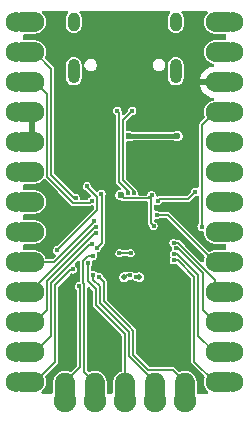
<source format=gbr>
%TF.GenerationSoftware,KiCad,Pcbnew,9.0.7*%
%TF.CreationDate,2026-01-28T18:20:07-05:00*%
%TF.ProjectId,DIPSTICKPRO_2354,44495053-5449-4434-9b50-524f5f323335,0*%
%TF.SameCoordinates,Original*%
%TF.FileFunction,Copper,L2,Bot*%
%TF.FilePolarity,Positive*%
%FSLAX46Y46*%
G04 Gerber Fmt 4.6, Leading zero omitted, Abs format (unit mm)*
G04 Created by KiCad (PCBNEW 9.0.7) date 2026-01-28 18:20:07*
%MOMM*%
%LPD*%
G01*
G04 APERTURE LIST*
G04 Aperture macros list*
%AMFreePoly0*
4,1,19,1.270000,-0.838200,-0.013951,-0.838200,-0.188651,-0.803455,-0.352371,-0.733074,-0.497855,-0.630155,-0.618729,-0.499208,-0.709699,-0.345969,-0.766779,-0.177150,-0.787400,-0.000741,-0.787400,0.000592,-0.770781,0.178542,-0.715922,0.349474,-0.625481,0.504547,-0.503717,0.636459,-0.356363,0.738996,-0.190360,0.807333,-0.013803,0.838200,1.270000,0.838200,1.270000,-0.838200,1.270000,-0.838200,
$1*%
%AMFreePoly1*
4,1,19,1.270000,-0.838200,-0.013803,-0.838200,-0.190360,-0.807333,-0.356363,-0.738996,-0.503717,-0.636459,-0.625481,-0.504547,-0.715922,-0.349474,-0.770781,-0.178542,-0.787400,-0.000592,-0.787400,0.000741,-0.766779,0.177150,-0.709699,0.345969,-0.618729,0.499208,-0.497855,0.630155,-0.352371,0.733074,-0.188651,0.803455,-0.013951,0.838200,1.270000,0.838200,1.270000,-0.838200,1.270000,-0.838200,
$1*%
G04 Aperture macros list end*
%TA.AperFunction,ComponentPad*%
%ADD10C,0.600000*%
%TD*%
%TA.AperFunction,ComponentPad*%
%ADD11O,1.000000X1.600000*%
%TD*%
%TA.AperFunction,ComponentPad*%
%ADD12O,1.000000X2.100000*%
%TD*%
%TA.AperFunction,ComponentPad*%
%ADD13FreePoly0,0.000000*%
%TD*%
%TA.AperFunction,ComponentPad*%
%ADD14C,1.750000*%
%TD*%
%TA.AperFunction,ComponentPad*%
%ADD15FreePoly1,180.000000*%
%TD*%
%TA.AperFunction,ComponentPad*%
%ADD16C,1.900000*%
%TD*%
%TA.AperFunction,ComponentPad*%
%ADD17FreePoly1,270.000000*%
%TD*%
%TA.AperFunction,SMDPad,CuDef*%
%ADD18C,0.500000*%
%TD*%
%TA.AperFunction,ViaPad*%
%ADD19C,0.400000*%
%TD*%
%TA.AperFunction,ViaPad*%
%ADD20C,0.600000*%
%TD*%
%TA.AperFunction,Conductor*%
%ADD21C,0.200000*%
%TD*%
%TA.AperFunction,Conductor*%
%ADD22C,0.400000*%
%TD*%
G04 APERTURE END LIST*
D10*
%TO.P,U1,61,GND*%
%TO.N,GND*%
X-64335000Y54810000D03*
X-64335000Y56185000D03*
X-64335000Y57560000D03*
X-65710000Y54810000D03*
X-65710000Y56185000D03*
X-65710000Y57560000D03*
X-67085000Y54810000D03*
X-67085000Y56185000D03*
X-67085000Y57560000D03*
%TD*%
D11*
%TO.P,J2,S,SHIELD*%
%TO.N,unconnected-(J2-SHIELD-PadS)*%
X-70028000Y73355000D03*
D12*
%TO.P,J2,NC3,NC*%
%TO.N,unconnected-(J2-NC-PadNC3)*%
X-70028000Y69175000D03*
%TO.P,J2,NC2,NC*%
%TO.N,unconnected-(J2-NC-PadNC2)*%
X-61392000Y69175000D03*
D11*
%TO.P,J2,NC1,NC*%
%TO.N,unconnected-(J2-NC-PadNC1)*%
X-61392000Y73355000D03*
%TD*%
D13*
%TO.P,J6,13,Pin_13*%
%TO.N,/GPIO19*%
X-58090000Y42850000D03*
D14*
X-56520000Y42850000D03*
D13*
%TO.P,J6,12,Pin_12*%
%TO.N,/GPIO20*%
X-58090000Y45390000D03*
D14*
X-56520000Y45390000D03*
D13*
%TO.P,J6,11,Pin_11*%
%TO.N,/GPIO21*%
X-58090000Y47930000D03*
D14*
X-56520000Y47930000D03*
D13*
%TO.P,J6,10,Pin_10*%
%TO.N,/GPIO22*%
X-58090000Y50470000D03*
D14*
X-56520000Y50470000D03*
D13*
%TO.P,J6,9,Pin_9*%
%TO.N,/GPIO26_ADC0*%
X-58090000Y53010000D03*
D14*
X-56520000Y53010000D03*
D13*
%TO.P,J6,8,Pin_8*%
%TO.N,/GPIO27_ADC1*%
X-58090000Y55550000D03*
D14*
X-56520000Y55550000D03*
D13*
%TO.P,J6,7,Pin_7*%
%TO.N,/GPIO28_ADC2*%
X-58090000Y58090000D03*
D14*
X-56520000Y58090000D03*
D13*
%TO.P,J6,6,Pin_6*%
%TO.N,/GPIO29_ADC3*%
X-58090000Y60630000D03*
D14*
X-56520000Y60630000D03*
D13*
%TO.P,J6,5,Pin_5*%
%TO.N,+3V3*%
X-58090000Y63170000D03*
D14*
X-56520000Y63170000D03*
D13*
%TO.P,J6,4,Pin_4*%
%TO.N,/RUN*%
X-58090000Y65710000D03*
D14*
X-56520000Y65710000D03*
D13*
%TO.P,J6,3,Pin_3*%
%TO.N,GND*%
X-58090000Y68250000D03*
D14*
X-56520000Y68250000D03*
D13*
%TO.P,J6,2,Pin_2*%
%TO.N,VBUS*%
X-58090000Y70790000D03*
D14*
X-56520000Y70790000D03*
D13*
%TO.P,J6,1,Pin_1*%
%TO.N,/USB_D-*%
X-58090000Y73330000D03*
D14*
X-56520000Y73330000D03*
%TD*%
%TO.P,J5,13,Pin_13*%
%TO.N,/GPIO9*%
X-74900000Y42850000D03*
D15*
X-73330000Y42850000D03*
D14*
%TO.P,J5,12,Pin_12*%
%TO.N,/GPIO8*%
X-74900000Y45390000D03*
D15*
X-73330000Y45390000D03*
D14*
%TO.P,J5,11,Pin_11*%
%TO.N,/GPIO7*%
X-74900000Y47930000D03*
D15*
X-73330000Y47930000D03*
D14*
%TO.P,J5,10,Pin_10*%
%TO.N,/GPIO6*%
X-74900000Y50470000D03*
D15*
X-73330000Y50470000D03*
D14*
%TO.P,J5,9,Pin_9*%
%TO.N,/GPIO5*%
X-74900000Y53010000D03*
D15*
X-73330000Y53010000D03*
D14*
%TO.P,J5,8,Pin_8*%
%TO.N,/GPIO4*%
X-74900000Y55550000D03*
D15*
X-73330000Y55550000D03*
D14*
%TO.P,J5,7,Pin_7*%
%TO.N,/GPIO3*%
X-74900000Y58090000D03*
D15*
X-73330000Y58090000D03*
D14*
%TO.P,J5,6,Pin_6*%
%TO.N,/GPIO2*%
X-74900000Y60630000D03*
D15*
X-73330000Y60630000D03*
D14*
%TO.P,J5,5,Pin_5*%
%TO.N,GND*%
X-74900000Y63170000D03*
D15*
X-73330000Y63170000D03*
D14*
%TO.P,J5,4,Pin_4*%
X-74900000Y65710000D03*
D15*
X-73330000Y65710000D03*
D14*
%TO.P,J5,3,Pin_3*%
%TO.N,/GPIO1*%
X-74900000Y68250000D03*
D15*
X-73330000Y68250000D03*
D14*
%TO.P,J5,2,Pin_2*%
%TO.N,/GPIO0*%
X-74900000Y70790000D03*
D15*
X-73330000Y70790000D03*
D14*
%TO.P,J5,1,Pin_1*%
%TO.N,/USB_D+*%
X-74900000Y73330000D03*
D15*
X-73330000Y73330000D03*
%TD*%
D16*
%TO.P,J7,5,Pin_5*%
%TO.N,/GPIO14*%
X-60630000Y41280000D03*
D17*
X-60630000Y42850000D03*
D16*
%TO.P,J7,4,Pin_4*%
%TO.N,/GPIO13*%
X-63170000Y41280000D03*
D17*
X-63170000Y42850000D03*
D16*
%TO.P,J7,3,Pin_3*%
%TO.N,/GPIO12*%
X-65710000Y41280000D03*
D17*
X-65710000Y42850000D03*
D16*
%TO.P,J7,2,Pin_2*%
%TO.N,/GPIO11*%
X-68250000Y41280000D03*
D17*
X-68250000Y42850000D03*
D16*
%TO.P,J7,1,Pin_1*%
%TO.N,/GPIO10*%
X-70790000Y41280000D03*
D17*
X-70790000Y42850000D03*
%TD*%
D18*
%TO.P,TP2,1,1*%
%TO.N,/SWD*%
X-64490800Y51740000D03*
%TD*%
%TO.P,TP1,1,1*%
%TO.N,/SWCLK*%
X-65760800Y51740000D03*
%TD*%
D19*
%TO.N,GND*%
X-63932000Y64567000D03*
X-59868000Y59614000D03*
X-67488000Y65837000D03*
X-62154000Y52756000D03*
X-59868000Y62916000D03*
X-68351600Y48717400D03*
X-71298000Y58471000D03*
X-59868000Y58217000D03*
D20*
X-69012000Y67488000D03*
D19*
X-63195000Y60376000D03*
X-63710000Y62992200D03*
X-68885000Y65837000D03*
X-66472000Y49708000D03*
X-63170000Y51740000D03*
X-68707200Y43942200D03*
X-65202000Y64313000D03*
X-59940000Y56730000D03*
X-66700600Y64338400D03*
X-65583000Y50597000D03*
X-70180400Y59436200D03*
D20*
X-62408000Y67488000D03*
D19*
X-62480000Y62210000D03*
X-64186000Y65964000D03*
X-70282000Y44094600D03*
X-71552000Y56693000D03*
X-59868000Y64440000D03*
X-70155000Y51867000D03*
%TO.N,/GPIO14*%
X-67894400Y51765400D03*
%TO.N,+3V3*%
X-67691200Y58801200D03*
X-68051388Y54228849D03*
D20*
X-61265000Y63680000D03*
X-66061070Y58686000D03*
D19*
X-63449400Y58699600D03*
D20*
X-65329000Y63678000D03*
D19*
X-66167200Y53772000D03*
X-63271600Y56083400D03*
X-65227400Y53772000D03*
%TO.N,Net-(U1-USB_DM)*%
X-64922600Y58852000D03*
X-65075000Y65837000D03*
%TO.N,/GPIO13*%
X-68392461Y51931420D03*
%TO.N,/GPIO12*%
X-68808800Y52908400D03*
%TO.N,/GPIO11*%
X-68402400Y53543400D03*
%TO.N,/GPIO10*%
X-69596200Y50978000D03*
%TO.N,/GPIO9*%
X-70104200Y52400400D03*
%TO.N,/GPIO8*%
X-68478600Y54534000D03*
%TO.N,/GPIO7*%
X-68123000Y55448400D03*
%TO.N,/GPIO6*%
X-68123000Y55973403D03*
%TO.N,/GPIO5*%
X-68326200Y56515200D03*
%TO.N,/GPIO1*%
X-68529400Y58191600D03*
%TO.N,/GPIO0*%
X-69875600Y58471000D03*
%TO.N,/GPIO29_ADC3*%
X-62916000Y58217000D03*
X-59741000Y58979000D03*
%TO.N,/GPIO26_ADC0*%
X-63017600Y56997800D03*
%TO.N,/GPIO22*%
X-61584088Y54638219D03*
%TO.N,/GPIO21*%
X-61345588Y54170517D03*
%TO.N,/GPIO20*%
X-61569800Y53695800D03*
%TO.N,/GPIO19*%
X-61569800Y53170797D03*
%TO.N,/RUN*%
X-59207600Y56007200D03*
%TO.N,/SWD*%
X-64744800Y51740000D03*
%TO.N,/SWCLK*%
X-65252800Y51892400D03*
%TO.N,/QSPI_SS*%
X-71451806Y54027406D03*
X-68910400Y59436200D03*
%TO.N,Net-(U1-USB_DP)*%
X-65445789Y58895599D03*
X-66345000Y65837000D03*
%TD*%
D21*
%TO.N,/GPIO14*%
X-65008000Y47216389D02*
X-65008000Y45184388D01*
X-61673400Y43893400D02*
X-60630000Y42850000D01*
X-65367100Y47575488D02*
X-65008000Y47216389D01*
X-67488000Y51359000D02*
X-67488000Y49708000D01*
X-67894400Y51765400D02*
X-67488000Y51359000D01*
X-63717012Y43893400D02*
X-61673400Y43893400D01*
X-65008000Y45184388D02*
X-63717012Y43893400D01*
X-65367100Y47587100D02*
X-65367100Y47575488D01*
X-67488000Y49708000D02*
X-65367100Y47587100D01*
%TO.N,+3V3*%
X-66061070Y58686000D02*
X-65776070Y58401000D01*
X-63748000Y58401000D02*
X-63449400Y58699600D01*
X-63474800Y58344000D02*
X-63474800Y58674200D01*
X-68051388Y54228849D02*
X-67672000Y54608237D01*
X-67672000Y58782000D02*
X-67691200Y58801200D01*
X-65227400Y53772000D02*
X-66167200Y53772000D01*
X-67672000Y54608237D02*
X-67672000Y58782000D01*
D22*
X-65329000Y63678000D02*
X-61267000Y63678000D01*
D21*
X-63474800Y58674200D02*
X-63449400Y58699600D01*
D22*
X-61267000Y63678000D02*
X-61265000Y63680000D01*
D21*
X-65776070Y58401000D02*
X-63932000Y58401000D01*
X-63271600Y56083400D02*
X-63474800Y56286600D01*
%TO.N,Net-(U1-USB_DM)*%
X-65880000Y59967621D02*
X-65880000Y65032000D01*
X-65880000Y65032000D02*
X-65075000Y65837000D01*
X-64922600Y59010221D02*
X-65880000Y59967621D01*
X-64922600Y58852000D02*
X-64922600Y59010221D01*
%TO.N,/GPIO13*%
X-63170000Y42850000D02*
X-65359000Y45039000D01*
X-68392461Y51531461D02*
X-68392461Y51931420D01*
X-67839000Y50978000D02*
X-68392461Y51531461D01*
X-65359000Y45039000D02*
X-65359000Y47071000D01*
X-67839000Y49551000D02*
X-67839000Y50978000D01*
X-65359000Y47071000D02*
X-67839000Y49551000D01*
%TO.N,/GPIO12*%
X-68190000Y50724000D02*
X-68843461Y51377461D01*
X-68190000Y49405612D02*
X-68190000Y50724000D01*
X-65710000Y42850000D02*
X-65710000Y46925612D01*
X-65710000Y46925612D02*
X-68190000Y49405612D01*
X-68843461Y51377461D02*
X-68843461Y52873739D01*
X-68843461Y52873739D02*
X-68808800Y52908400D01*
%TO.N,/GPIO11*%
X-69145200Y51164811D02*
X-69145200Y43745200D01*
X-69259800Y51279411D02*
X-69145200Y51164811D01*
X-68811611Y53543400D02*
X-69259800Y53095211D01*
X-69145200Y43745200D02*
X-68250000Y42850000D01*
X-69259800Y53095211D02*
X-69259800Y51279411D01*
X-68402400Y53543400D02*
X-68811611Y53543400D01*
%TO.N,/GPIO10*%
X-69496200Y50878000D02*
X-69596200Y50978000D01*
X-70790000Y42850000D02*
X-69496200Y44143800D01*
X-69496200Y44143800D02*
X-69496200Y50878000D01*
%TO.N,/GPIO9*%
X-71584600Y51086823D02*
X-70271023Y52400400D01*
X-73330000Y42850000D02*
X-71584600Y44595400D01*
X-70271023Y52400400D02*
X-70104200Y52400400D01*
X-71584600Y44595400D02*
X-71584600Y51086823D01*
%TO.N,/GPIO8*%
X-71935600Y46784400D02*
X-73330000Y45390000D01*
X-71935600Y51232211D02*
X-71935600Y46784400D01*
X-68478600Y54534000D02*
X-68633811Y54534000D01*
X-68633811Y54534000D02*
X-71935600Y51232211D01*
%TO.N,/GPIO7*%
X-68215800Y55448400D02*
X-68123000Y55448400D01*
X-72286600Y51377600D02*
X-68215800Y55448400D01*
X-73330000Y47930000D02*
X-72286600Y48973400D01*
X-72286600Y48973400D02*
X-72286600Y51377600D01*
%TO.N,/GPIO6*%
X-73330000Y50907826D02*
X-73330000Y50470000D01*
X-73330000Y50998043D02*
X-73330000Y50470000D01*
X-68123000Y55973403D02*
X-68264423Y55973403D01*
X-68264423Y55973403D02*
X-73330000Y50907826D01*
%TO.N,/GPIO5*%
X-71724214Y53010000D02*
X-68326200Y56408014D01*
X-73330000Y53010000D02*
X-71724214Y53010000D01*
X-68326200Y56408014D02*
X-68326200Y56515200D01*
%TO.N,/GPIO1*%
X-70062411Y58020000D02*
X-69697800Y58020000D01*
X-70062411Y58020000D02*
X-72286600Y60244189D01*
X-72286600Y60244189D02*
X-72286600Y67206600D01*
X-72286600Y67206600D02*
X-73330000Y68250000D01*
X-68701000Y58020000D02*
X-70062411Y58020000D01*
X-68529400Y58191600D02*
X-68701000Y58020000D01*
%TO.N,/GPIO0*%
X-69875600Y58471000D02*
X-70017023Y58471000D01*
X-71935600Y60389577D02*
X-71935600Y69395600D01*
X-70017023Y58471000D02*
X-71935600Y60389577D01*
X-71935600Y69395600D02*
X-73330000Y70790000D01*
%TO.N,/GPIO29_ADC3*%
X-59743811Y58979000D02*
X-59741000Y58979000D01*
X-62789000Y58344000D02*
X-60376000Y58344000D01*
X-60376000Y58344000D02*
X-60376000Y58346811D01*
X-60376000Y58346811D02*
X-59743811Y58979000D01*
X-62916000Y58217000D02*
X-62789000Y58344000D01*
%TO.N,/GPIO26_ADC0*%
X-63017600Y56997800D02*
X-62077800Y56997800D01*
X-62077800Y56997800D02*
X-58090000Y53010000D01*
%TO.N,/GPIO22*%
X-60854320Y54284279D02*
X-60854320Y54317060D01*
X-58090000Y51519958D02*
X-60854320Y54284279D01*
X-60854320Y54317060D02*
X-61175479Y54638219D01*
X-58090000Y50470000D02*
X-58090000Y51519958D01*
X-61175479Y54638219D02*
X-61584088Y54638219D01*
%TO.N,/GPIO21*%
X-61236947Y54170517D02*
X-61345588Y54170517D01*
X-59133400Y48973400D02*
X-59133400Y52066970D01*
X-58090000Y47930000D02*
X-59133400Y48973400D01*
X-59133400Y52066970D02*
X-61236947Y54170517D01*
%TO.N,/GPIO20*%
X-58090000Y45390000D02*
X-59484400Y46784400D01*
X-59484400Y46784400D02*
X-59484400Y51921582D01*
X-61258618Y53695800D02*
X-61569800Y53695800D01*
X-59484400Y51921582D02*
X-61258618Y53695800D01*
%TO.N,/GPIO19*%
X-61569800Y53170797D02*
X-61230003Y53170797D01*
X-61230003Y53170797D02*
X-59835400Y51776194D01*
X-59835400Y51776194D02*
X-59835400Y44595400D01*
X-59835400Y44595400D02*
X-58090000Y42850000D01*
%TO.N,/RUN*%
X-59207600Y56007200D02*
X-59207600Y64592400D01*
X-59207600Y64592400D02*
X-58090000Y65710000D01*
%TO.N,/SWD*%
X-64490800Y51740000D02*
X-64744800Y51740000D01*
%TO.N,/SWCLK*%
X-65608400Y51892400D02*
X-65760800Y51740000D01*
X-65252800Y51892400D02*
X-65608400Y51892400D01*
%TO.N,/QSPI_SS*%
X-68910400Y59436200D02*
X-68910400Y59382589D01*
X-68910400Y59382589D02*
X-68072200Y58544389D01*
X-71451806Y54027406D02*
X-68072200Y57407011D01*
X-68072200Y58544389D02*
X-68072200Y57407011D01*
%TO.N,Net-(U1-USB_DP)*%
X-65445789Y59037023D02*
X-66231000Y59822233D01*
X-66231000Y65723000D02*
X-66345000Y65837000D01*
X-65445789Y58895599D02*
X-65445789Y59037023D01*
X-66231000Y59822233D02*
X-66231000Y65723000D01*
%TO.N,+3V3*%
X-63932000Y58401000D02*
X-63531800Y58401000D01*
X-63474800Y56286600D02*
X-63474800Y58344000D01*
X-63932000Y58401000D02*
X-63748000Y58401000D01*
X-63531800Y58401000D02*
X-63474800Y58344000D01*
%TD*%
%TA.AperFunction,Conductor*%
%TO.N,GND*%
G36*
X-69590966Y53120072D02*
G01*
X-69535033Y53078200D01*
X-69510616Y53012736D01*
X-69510300Y53003890D01*
X-69510300Y51452500D01*
X-69529985Y51385461D01*
X-69582789Y51339706D01*
X-69634300Y51328500D01*
X-69642344Y51328500D01*
X-69731488Y51304614D01*
X-69731489Y51304614D01*
X-69731491Y51304613D01*
X-69731494Y51304612D01*
X-69811406Y51258474D01*
X-69811415Y51258467D01*
X-69876667Y51193215D01*
X-69876674Y51193206D01*
X-69922812Y51113294D01*
X-69922813Y51113291D01*
X-69922814Y51113289D01*
X-69922814Y51113288D01*
X-69946700Y51024144D01*
X-69946700Y50931856D01*
X-69929802Y50868790D01*
X-69922813Y50842710D01*
X-69922812Y50842707D01*
X-69876674Y50762795D01*
X-69876671Y50762791D01*
X-69876669Y50762788D01*
X-69811412Y50697531D01*
X-69808704Y50695968D01*
X-69806877Y50694051D01*
X-69804963Y50692583D01*
X-69805192Y50692285D01*
X-69760488Y50645405D01*
X-69746700Y50588579D01*
X-69746700Y44298923D01*
X-69766385Y44231884D01*
X-69783019Y44211242D01*
X-70259999Y43734263D01*
X-70321322Y43700778D01*
X-70391014Y43705762D01*
X-70393483Y43706713D01*
X-70394228Y43707009D01*
X-70563041Y43764087D01*
X-70563043Y43764088D01*
X-70594786Y43771225D01*
X-70594791Y43771226D01*
X-70594796Y43771227D01*
X-70594801Y43771228D01*
X-70594809Y43771229D01*
X-70771192Y43791848D01*
X-70789244Y43792900D01*
X-70789259Y43792900D01*
X-70790592Y43792900D01*
X-70790603Y43792900D01*
X-70790625Y43792899D01*
X-70805041Y43792227D01*
X-70805052Y43792226D01*
X-70983012Y43775606D01*
X-70983017Y43775605D01*
X-71016055Y43768844D01*
X-71016056Y43768844D01*
X-71186990Y43713985D01*
X-71186997Y43713982D01*
X-71217809Y43700249D01*
X-71217816Y43700245D01*
X-71372889Y43609804D01*
X-71400012Y43589749D01*
X-71400019Y43589744D01*
X-71531932Y43467979D01*
X-71531933Y43467978D01*
X-71554094Y43442541D01*
X-71554101Y43442533D01*
X-71656633Y43295185D01*
X-71672792Y43265552D01*
X-71672792Y43265551D01*
X-71741125Y43099559D01*
X-71741128Y43099551D01*
X-71750509Y43067145D01*
X-71750512Y43067134D01*
X-71781375Y42890598D01*
X-71781379Y42890568D01*
X-71783700Y42863805D01*
X-71783700Y42004500D01*
X-71803385Y41937461D01*
X-71856189Y41891706D01*
X-71907700Y41880500D01*
X-72655081Y41880500D01*
X-72722120Y41900185D01*
X-72767875Y41952989D01*
X-72777819Y42022147D01*
X-72748794Y42085703D01*
X-72736895Y42097680D01*
X-72717883Y42114373D01*
X-72597009Y42245320D01*
X-72577558Y42271413D01*
X-72486588Y42424652D01*
X-72472993Y42454224D01*
X-72415913Y42623043D01*
X-72408773Y42654796D01*
X-72398049Y42746535D01*
X-72388153Y42831192D01*
X-72387101Y42849244D01*
X-72387100Y42849259D01*
X-72387100Y42850592D01*
X-72387774Y42865051D01*
X-72404393Y43043001D01*
X-72411158Y43076061D01*
X-72466017Y43246993D01*
X-72466066Y43247103D01*
X-72466070Y43247132D01*
X-72467220Y43250142D01*
X-72466511Y43250413D01*
X-72475374Y43316349D01*
X-72445766Y43379636D01*
X-72440501Y43385240D01*
X-71372236Y44453503D01*
X-71334100Y44545572D01*
X-71334100Y44645227D01*
X-71334100Y44645228D01*
X-71334100Y50931701D01*
X-71314415Y50998740D01*
X-71297786Y51019378D01*
X-70293176Y52023988D01*
X-70231855Y52057471D01*
X-70173405Y52056080D01*
X-70150344Y52049900D01*
X-70150342Y52049900D01*
X-70058058Y52049900D01*
X-70058056Y52049900D01*
X-69968912Y52073786D01*
X-69888988Y52119931D01*
X-69823731Y52185188D01*
X-69777586Y52265112D01*
X-69753700Y52354256D01*
X-69753700Y52446544D01*
X-69777586Y52535688D01*
X-69777588Y52535691D01*
X-69777588Y52535693D01*
X-69777589Y52535694D01*
X-69823727Y52615606D01*
X-69823730Y52615609D01*
X-69823731Y52615612D01*
X-69888988Y52680869D01*
X-69890012Y52681461D01*
X-69903536Y52689269D01*
X-69951751Y52739836D01*
X-69964973Y52808443D01*
X-69939005Y52873308D01*
X-69929224Y52884328D01*
X-69721980Y53091572D01*
X-69660658Y53125056D01*
X-69590966Y53120072D01*
G37*
%TD.AperFunction*%
%TA.AperFunction,Conductor*%
G36*
X-68689497Y50868790D02*
G01*
X-68683019Y50862758D01*
X-68476819Y50656558D01*
X-68443334Y50595235D01*
X-68440500Y50568877D01*
X-68440500Y49355783D01*
X-68402364Y49263715D01*
X-65996819Y46858171D01*
X-65963334Y46796848D01*
X-65960500Y46770490D01*
X-65960500Y43851432D01*
X-65980185Y43784393D01*
X-66032989Y43738638D01*
X-66046606Y43733364D01*
X-66106995Y43713983D01*
X-66106997Y43713982D01*
X-66137809Y43700249D01*
X-66137816Y43700245D01*
X-66292889Y43609804D01*
X-66320012Y43589749D01*
X-66320019Y43589744D01*
X-66451932Y43467979D01*
X-66451933Y43467978D01*
X-66474094Y43442541D01*
X-66474101Y43442533D01*
X-66576633Y43295185D01*
X-66592792Y43265552D01*
X-66592792Y43265551D01*
X-66661125Y43099559D01*
X-66661128Y43099551D01*
X-66670509Y43067145D01*
X-66670512Y43067134D01*
X-66701375Y42890598D01*
X-66701379Y42890568D01*
X-66703700Y42863805D01*
X-66703700Y42004500D01*
X-66723385Y41937461D01*
X-66776189Y41891706D01*
X-66827700Y41880500D01*
X-67132300Y41880500D01*
X-67199339Y41900185D01*
X-67245094Y41952989D01*
X-67256300Y42004500D01*
X-67256300Y42863951D01*
X-67259286Y42894274D01*
X-67259287Y42894276D01*
X-67259287Y42894283D01*
X-67294032Y43068983D01*
X-67303686Y43100064D01*
X-67374067Y43263784D01*
X-67389980Y43292176D01*
X-67492899Y43437660D01*
X-67514373Y43462117D01*
X-67645320Y43582991D01*
X-67671413Y43602442D01*
X-67824652Y43693412D01*
X-67854224Y43707007D01*
X-67854229Y43707009D01*
X-67854234Y43707011D01*
X-67854235Y43707012D01*
X-68023041Y43764087D01*
X-68023043Y43764088D01*
X-68054786Y43771225D01*
X-68054791Y43771226D01*
X-68054796Y43771227D01*
X-68054801Y43771228D01*
X-68054809Y43771229D01*
X-68231192Y43791848D01*
X-68249244Y43792900D01*
X-68249259Y43792900D01*
X-68250592Y43792900D01*
X-68250603Y43792900D01*
X-68250625Y43792899D01*
X-68265041Y43792227D01*
X-68265052Y43792226D01*
X-68443012Y43775606D01*
X-68443017Y43775605D01*
X-68476055Y43768844D01*
X-68476056Y43768844D01*
X-68646990Y43713985D01*
X-68647004Y43713979D01*
X-68647118Y43713928D01*
X-68647148Y43713925D01*
X-68650142Y43712780D01*
X-68650412Y43713486D01*
X-68668509Y43711056D01*
X-68688729Y43703514D01*
X-68702450Y43706499D01*
X-68716366Y43704630D01*
X-68735914Y43713779D01*
X-68757002Y43718366D01*
X-68775828Y43732460D01*
X-68779648Y43734247D01*
X-68785256Y43739517D01*
X-68858381Y43812642D01*
X-68891866Y43873965D01*
X-68894700Y43900323D01*
X-68894700Y50775077D01*
X-68875015Y50842116D01*
X-68822211Y50887871D01*
X-68753053Y50897815D01*
X-68689497Y50868790D01*
G37*
%TD.AperFunction*%
%TA.AperFunction,Conductor*%
G36*
X-70535769Y74279815D02*
G01*
X-70490014Y74227011D01*
X-70480070Y74157853D01*
X-70509095Y74094297D01*
X-70515127Y74087819D01*
X-70533274Y74069673D01*
X-70533277Y74069669D01*
X-70604462Y73963134D01*
X-70604467Y73963125D01*
X-70653501Y73844745D01*
X-70653503Y73844739D01*
X-70678500Y73719072D01*
X-70678500Y73719069D01*
X-70678500Y72990931D01*
X-70678500Y72990929D01*
X-70678501Y72990929D01*
X-70653503Y72865262D01*
X-70653501Y72865256D01*
X-70604467Y72746876D01*
X-70604462Y72746867D01*
X-70533277Y72640332D01*
X-70533274Y72640328D01*
X-70442673Y72549727D01*
X-70442669Y72549724D01*
X-70336134Y72478539D01*
X-70336125Y72478534D01*
X-70309308Y72467426D01*
X-70217744Y72429499D01*
X-70217740Y72429499D01*
X-70217739Y72429498D01*
X-70092072Y72404500D01*
X-70092069Y72404500D01*
X-69963929Y72404500D01*
X-69879385Y72421318D01*
X-69838256Y72429499D01*
X-69719873Y72478535D01*
X-69613331Y72549724D01*
X-69522724Y72640331D01*
X-69451535Y72746873D01*
X-69402499Y72865256D01*
X-69377500Y72990931D01*
X-69377500Y73719069D01*
X-69377500Y73719072D01*
X-69402498Y73844739D01*
X-69402499Y73844740D01*
X-69402499Y73844744D01*
X-69451535Y73963127D01*
X-69451536Y73963128D01*
X-69451539Y73963134D01*
X-69522724Y74069669D01*
X-69522727Y74069673D01*
X-69540873Y74087819D01*
X-69574358Y74149142D01*
X-69569374Y74218834D01*
X-69527502Y74274767D01*
X-69462038Y74299184D01*
X-69453192Y74299500D01*
X-61966808Y74299500D01*
X-61899769Y74279815D01*
X-61854014Y74227011D01*
X-61844070Y74157853D01*
X-61873095Y74094297D01*
X-61879127Y74087819D01*
X-61897274Y74069673D01*
X-61897277Y74069669D01*
X-61968462Y73963134D01*
X-61968467Y73963125D01*
X-62017501Y73844745D01*
X-62017503Y73844739D01*
X-62042500Y73719072D01*
X-62042500Y73719069D01*
X-62042500Y72990931D01*
X-62042500Y72990929D01*
X-62042501Y72990929D01*
X-62017503Y72865262D01*
X-62017501Y72865256D01*
X-61968467Y72746876D01*
X-61968462Y72746867D01*
X-61897277Y72640332D01*
X-61897274Y72640328D01*
X-61806673Y72549727D01*
X-61806669Y72549724D01*
X-61700134Y72478539D01*
X-61700125Y72478534D01*
X-61673308Y72467426D01*
X-61581744Y72429499D01*
X-61581740Y72429499D01*
X-61581739Y72429498D01*
X-61456072Y72404500D01*
X-61456069Y72404500D01*
X-61327929Y72404500D01*
X-61243385Y72421318D01*
X-61202256Y72429499D01*
X-61083873Y72478535D01*
X-60977331Y72549724D01*
X-60886724Y72640331D01*
X-60815535Y72746873D01*
X-60766499Y72865256D01*
X-60741500Y72990931D01*
X-60741500Y73719069D01*
X-60741500Y73719072D01*
X-60766498Y73844739D01*
X-60766499Y73844740D01*
X-60766499Y73844744D01*
X-60815535Y73963127D01*
X-60815536Y73963128D01*
X-60815539Y73963134D01*
X-60886724Y74069669D01*
X-60886727Y74069673D01*
X-60904873Y74087819D01*
X-60938358Y74149142D01*
X-60933374Y74218834D01*
X-60891502Y74274767D01*
X-60826038Y74299184D01*
X-60817192Y74299500D01*
X-58777869Y74299500D01*
X-58710830Y74279815D01*
X-58665075Y74227011D01*
X-58655131Y74157853D01*
X-58684156Y74094297D01*
X-58696417Y74082004D01*
X-58707980Y74071932D01*
X-58829744Y73940019D01*
X-58829749Y73940012D01*
X-58849804Y73912889D01*
X-58940245Y73757816D01*
X-58940249Y73757809D01*
X-58953982Y73726997D01*
X-58953985Y73726990D01*
X-59008844Y73556056D01*
X-59008844Y73556055D01*
X-59015605Y73523017D01*
X-59015606Y73523012D01*
X-59032226Y73345052D01*
X-59032227Y73345041D01*
X-59032899Y73330625D01*
X-59032900Y73330581D01*
X-59032900Y73329244D01*
X-59031848Y73311192D01*
X-59011229Y73134809D01*
X-59011225Y73134786D01*
X-59004088Y73103043D01*
X-59004087Y73103041D01*
X-58947012Y72934235D01*
X-58947011Y72934234D01*
X-58947009Y72934229D01*
X-58947007Y72934224D01*
X-58933412Y72904652D01*
X-58842442Y72751413D01*
X-58822991Y72725320D01*
X-58702117Y72594373D01*
X-58677660Y72572899D01*
X-58532176Y72469980D01*
X-58503784Y72454067D01*
X-58340064Y72383686D01*
X-58308983Y72374032D01*
X-58134283Y72339287D01*
X-58134276Y72339287D01*
X-58134274Y72339286D01*
X-58103951Y72336300D01*
X-57244500Y72336300D01*
X-57177461Y72316615D01*
X-57131706Y72263811D01*
X-57120500Y72212300D01*
X-57120500Y71907700D01*
X-57140185Y71840661D01*
X-57192989Y71794906D01*
X-57244500Y71783700D01*
X-58103804Y71783700D01*
X-58130568Y71781379D01*
X-58130598Y71781375D01*
X-58307134Y71750512D01*
X-58307145Y71750509D01*
X-58339551Y71741128D01*
X-58339559Y71741125D01*
X-58505551Y71672792D01*
X-58505552Y71672792D01*
X-58535185Y71656633D01*
X-58682533Y71554101D01*
X-58682541Y71554094D01*
X-58707978Y71531933D01*
X-58707979Y71531932D01*
X-58829744Y71400019D01*
X-58829749Y71400012D01*
X-58849804Y71372889D01*
X-58940245Y71217816D01*
X-58940249Y71217809D01*
X-58953982Y71186997D01*
X-58953985Y71186990D01*
X-59008844Y71016056D01*
X-59008844Y71016055D01*
X-59015605Y70983017D01*
X-59015606Y70983012D01*
X-59032226Y70805052D01*
X-59032227Y70805041D01*
X-59032899Y70790625D01*
X-59032900Y70790581D01*
X-59032900Y70789244D01*
X-59031848Y70771192D01*
X-59011229Y70594809D01*
X-59011225Y70594786D01*
X-59004088Y70563043D01*
X-59004087Y70563041D01*
X-58947012Y70394235D01*
X-58947011Y70394234D01*
X-58947009Y70394229D01*
X-58947007Y70394224D01*
X-58933412Y70364652D01*
X-58842442Y70211413D01*
X-58822991Y70185320D01*
X-58702117Y70054373D01*
X-58677660Y70032899D01*
X-58532176Y69929980D01*
X-58503784Y69914067D01*
X-58340064Y69843686D01*
X-58308983Y69834032D01*
X-58308979Y69834032D01*
X-58308975Y69834030D01*
X-58240018Y69820316D01*
X-58178106Y69787933D01*
X-58143529Y69727218D01*
X-58147267Y69657449D01*
X-58188132Y69600775D01*
X-58242850Y69576551D01*
X-58367320Y69554791D01*
X-58367321Y69554791D01*
X-58472599Y69524311D01*
X-58472603Y69524310D01*
X-58638594Y69455978D01*
X-58638597Y69455977D01*
X-58734804Y69403516D01*
X-58882158Y69300979D01*
X-58882176Y69300966D01*
X-58964794Y69228991D01*
X-59086560Y69097076D01*
X-59151715Y69008961D01*
X-59242155Y68853890D01*
X-59242157Y68853886D01*
X-59286765Y68753799D01*
X-59286767Y68753793D01*
X-59341624Y68582865D01*
X-59358580Y68500001D01*
X-59358580Y68500000D01*
X-58436410Y68500000D01*
X-58486037Y68414044D01*
X-58515000Y68305952D01*
X-58515000Y68194048D01*
X-58486037Y68085956D01*
X-58436410Y68000000D01*
X-59355167Y68000000D01*
X-59335177Y67911110D01*
X-59335172Y67911091D01*
X-59278099Y67742291D01*
X-59278096Y67742283D01*
X-59233952Y67646255D01*
X-59233948Y67646249D01*
X-59142973Y67493001D01*
X-59079804Y67408261D01*
X-58958932Y67277316D01*
X-58879504Y67207576D01*
X-58879498Y67207572D01*
X-58734027Y67104662D01*
X-58641819Y67052982D01*
X-58641811Y67052978D01*
X-58478092Y66982597D01*
X-58377157Y66951246D01*
X-58244149Y66924793D01*
X-58182237Y66892410D01*
X-58147661Y66831695D01*
X-58151399Y66761926D01*
X-58192264Y66705252D01*
X-58246981Y66681028D01*
X-58307139Y66670511D01*
X-58307145Y66670509D01*
X-58339551Y66661128D01*
X-58339559Y66661125D01*
X-58505551Y66592792D01*
X-58505552Y66592792D01*
X-58535185Y66576633D01*
X-58682533Y66474101D01*
X-58682541Y66474094D01*
X-58707978Y66451933D01*
X-58707979Y66451932D01*
X-58829744Y66320019D01*
X-58829749Y66320012D01*
X-58849804Y66292889D01*
X-58940245Y66137816D01*
X-58940249Y66137809D01*
X-58953982Y66106997D01*
X-58953985Y66106990D01*
X-59008844Y65936056D01*
X-59008844Y65936055D01*
X-59015605Y65903017D01*
X-59015606Y65903012D01*
X-59032226Y65725052D01*
X-59032227Y65725041D01*
X-59032899Y65710625D01*
X-59032900Y65710581D01*
X-59032900Y65709244D01*
X-59031848Y65691192D01*
X-59011229Y65514809D01*
X-59011225Y65514786D01*
X-59004088Y65483043D01*
X-59004087Y65483041D01*
X-58947008Y65314222D01*
X-58946718Y65313495D01*
X-58946702Y65313319D01*
X-58945966Y65311143D01*
X-58946483Y65310969D01*
X-58940241Y65243926D01*
X-58972404Y65181899D01*
X-58974263Y65180000D01*
X-59349497Y64804764D01*
X-59419963Y64734299D01*
X-59419964Y64734298D01*
X-59458100Y64642230D01*
X-59458100Y59427662D01*
X-59477785Y59360623D01*
X-59530589Y59314868D01*
X-59599747Y59304924D01*
X-59614192Y59307887D01*
X-59694855Y59329500D01*
X-59694856Y59329500D01*
X-59787144Y59329500D01*
X-59876288Y59305614D01*
X-59876289Y59305614D01*
X-59876291Y59305613D01*
X-59876294Y59305612D01*
X-59956206Y59259474D01*
X-59956215Y59259467D01*
X-60021467Y59194215D01*
X-60021474Y59194206D01*
X-60067612Y59114294D01*
X-60067613Y59114291D01*
X-60067614Y59114289D01*
X-60067614Y59114288D01*
X-60091213Y59026212D01*
X-60091501Y59025139D01*
X-60092007Y59021297D01*
X-60093335Y59018298D01*
X-60093603Y59017294D01*
X-60093760Y59017336D01*
X-60120277Y58957402D01*
X-60127264Y58949809D01*
X-60446253Y58630819D01*
X-60507576Y58597334D01*
X-60533934Y58594500D01*
X-62838830Y58594500D01*
X-62881224Y58576939D01*
X-62888465Y58575450D01*
X-62892178Y58572993D01*
X-62922793Y58568386D01*
X-62927043Y58567511D01*
X-62927878Y58567500D01*
X-62962144Y58567500D01*
X-62963917Y58567026D01*
X-62973266Y58566902D01*
X-63000162Y58574416D01*
X-63027760Y58578722D01*
X-63033355Y58583689D01*
X-63040559Y58585701D01*
X-63059125Y58606565D01*
X-63080012Y58625107D01*
X-63082103Y58632388D01*
X-63087006Y58637898D01*
X-63091028Y58663474D01*
X-63098900Y58690891D01*
X-63098900Y58745742D01*
X-63098900Y58745744D01*
X-63122786Y58834888D01*
X-63129976Y58847342D01*
X-63168927Y58914806D01*
X-63168930Y58914809D01*
X-63168931Y58914812D01*
X-63234188Y58980069D01*
X-63234191Y58980071D01*
X-63234195Y58980074D01*
X-63314107Y59026212D01*
X-63314110Y59026213D01*
X-63314111Y59026214D01*
X-63314112Y59026214D01*
X-63403256Y59050100D01*
X-63495544Y59050100D01*
X-63584688Y59026214D01*
X-63584689Y59026214D01*
X-63584691Y59026213D01*
X-63584694Y59026212D01*
X-63664606Y58980074D01*
X-63664615Y58980067D01*
X-63729867Y58914815D01*
X-63729874Y58914806D01*
X-63776012Y58834894D01*
X-63776013Y58834893D01*
X-63779787Y58820808D01*
X-63798366Y58751467D01*
X-63800526Y58743406D01*
X-63836891Y58683746D01*
X-63899738Y58653217D01*
X-63920301Y58651500D01*
X-64451860Y58651500D01*
X-64518899Y58671185D01*
X-64564654Y58723989D01*
X-64574598Y58793147D01*
X-64572296Y58804375D01*
X-64572100Y58805858D01*
X-64572100Y58898142D01*
X-64572100Y58898144D01*
X-64595986Y58987288D01*
X-64595989Y58987294D01*
X-64642127Y59067206D01*
X-64642130Y59067209D01*
X-64642131Y59067212D01*
X-64680915Y59105996D01*
X-64687440Y59113047D01*
X-64700255Y59128019D01*
X-64710236Y59152118D01*
X-64780703Y59222585D01*
X-65593181Y60035063D01*
X-65626666Y60096386D01*
X-65629500Y60122744D01*
X-65629500Y63130528D01*
X-65609815Y63197567D01*
X-65557011Y63243322D01*
X-65487853Y63253266D01*
X-65473425Y63250307D01*
X-65388309Y63227500D01*
X-65388306Y63227500D01*
X-65269694Y63227500D01*
X-65269691Y63227500D01*
X-65155114Y63258201D01*
X-65063860Y63310888D01*
X-65001860Y63327500D01*
X-61588676Y63327500D01*
X-61526677Y63310888D01*
X-61438886Y63260201D01*
X-61324309Y63229500D01*
X-61324306Y63229500D01*
X-61205694Y63229500D01*
X-61205691Y63229500D01*
X-61091114Y63260201D01*
X-60988387Y63319511D01*
X-60904511Y63403387D01*
X-60845201Y63506114D01*
X-60814500Y63620691D01*
X-60814500Y63739309D01*
X-60845201Y63853886D01*
X-60904511Y63956613D01*
X-60988387Y64040489D01*
X-61091114Y64099799D01*
X-61205691Y64130500D01*
X-61324309Y64130500D01*
X-61438886Y64099799D01*
X-61533605Y64045113D01*
X-61595604Y64028500D01*
X-65001860Y64028500D01*
X-65063860Y64045113D01*
X-65155114Y64097799D01*
X-65269691Y64128500D01*
X-65388309Y64128500D01*
X-65473407Y64105698D01*
X-65543257Y64107361D01*
X-65601119Y64146524D01*
X-65628623Y64210752D01*
X-65629500Y64225473D01*
X-65629500Y64876878D01*
X-65609815Y64943917D01*
X-65593181Y64964559D01*
X-65375841Y65181899D01*
X-65107428Y65450313D01*
X-65046107Y65483796D01*
X-65035929Y65485570D01*
X-65028868Y65486500D01*
X-65028856Y65486500D01*
X-64939712Y65510386D01*
X-64859788Y65556531D01*
X-64794531Y65621788D01*
X-64748386Y65701712D01*
X-64724500Y65790856D01*
X-64724500Y65883144D01*
X-64748386Y65972288D01*
X-64793302Y66050084D01*
X-64794527Y66052206D01*
X-64794530Y66052209D01*
X-64794531Y66052212D01*
X-64859788Y66117469D01*
X-64859791Y66117471D01*
X-64859795Y66117474D01*
X-64939707Y66163612D01*
X-64939710Y66163613D01*
X-64939711Y66163614D01*
X-64939712Y66163614D01*
X-65028856Y66187500D01*
X-65121144Y66187500D01*
X-65210288Y66163614D01*
X-65210289Y66163614D01*
X-65210291Y66163613D01*
X-65210294Y66163612D01*
X-65290206Y66117474D01*
X-65290215Y66117467D01*
X-65355467Y66052215D01*
X-65355474Y66052206D01*
X-65401612Y65972294D01*
X-65401613Y65972291D01*
X-65401614Y65972289D01*
X-65401614Y65972288D01*
X-65411321Y65936061D01*
X-65425500Y65883145D01*
X-65426432Y65876063D01*
X-65454701Y65812168D01*
X-65461690Y65804572D01*
X-65768819Y65497442D01*
X-65785242Y65488475D01*
X-65798667Y65475435D01*
X-65815275Y65472076D01*
X-65830142Y65463957D01*
X-65848807Y65465292D01*
X-65867150Y65461581D01*
X-65882936Y65467733D01*
X-65899833Y65468941D01*
X-65914815Y65480157D01*
X-65932251Y65486951D01*
X-65942205Y65500660D01*
X-65955767Y65510812D01*
X-65962307Y65528346D01*
X-65973302Y65543489D01*
X-65977923Y65570213D01*
X-65980184Y65576277D01*
X-65980300Y65578082D01*
X-65980500Y65581599D01*
X-65980500Y65772828D01*
X-65993107Y65803264D01*
X-65994300Y65824253D01*
X-65993653Y65827034D01*
X-65994500Y65831294D01*
X-65994500Y65883142D01*
X-65994500Y65883144D01*
X-66018386Y65972288D01*
X-66063302Y66050084D01*
X-66064527Y66052206D01*
X-66064530Y66052209D01*
X-66064531Y66052212D01*
X-66129788Y66117469D01*
X-66129791Y66117471D01*
X-66129795Y66117474D01*
X-66209707Y66163612D01*
X-66209710Y66163613D01*
X-66209711Y66163614D01*
X-66209712Y66163614D01*
X-66298856Y66187500D01*
X-66391144Y66187500D01*
X-66480288Y66163614D01*
X-66480289Y66163614D01*
X-66480291Y66163613D01*
X-66480294Y66163612D01*
X-66560206Y66117474D01*
X-66560215Y66117467D01*
X-66625467Y66052215D01*
X-66625474Y66052206D01*
X-66671612Y65972294D01*
X-66671613Y65972291D01*
X-66671614Y65972289D01*
X-66671614Y65972288D01*
X-66695500Y65883144D01*
X-66695500Y65790856D01*
X-66673835Y65710000D01*
X-66671613Y65701710D01*
X-66671612Y65701707D01*
X-66625474Y65621795D01*
X-66625471Y65621791D01*
X-66625469Y65621788D01*
X-66560212Y65556531D01*
X-66543501Y65546883D01*
X-66495286Y65496318D01*
X-66481500Y65439496D01*
X-66481500Y59772404D01*
X-66473904Y59754066D01*
X-66443364Y59680336D01*
X-66150161Y59387133D01*
X-66098067Y59335040D01*
X-66064582Y59273717D01*
X-66069566Y59204026D01*
X-66111437Y59148092D01*
X-66153653Y59127585D01*
X-66234956Y59105799D01*
X-66234957Y59105799D01*
X-66234959Y59105798D01*
X-66337683Y59046489D01*
X-66337686Y59046487D01*
X-66421557Y58962616D01*
X-66421559Y58962613D01*
X-66478636Y58863753D01*
X-66480869Y58859886D01*
X-66511570Y58745309D01*
X-66511570Y58626691D01*
X-66480869Y58512114D01*
X-66421559Y58409387D01*
X-66337683Y58325511D01*
X-66234956Y58266201D01*
X-66120379Y58235500D01*
X-66120376Y58235500D01*
X-66016193Y58235500D01*
X-65949154Y58215815D01*
X-65928512Y58199181D01*
X-65917967Y58188636D01*
X-65825898Y58150500D01*
X-63981828Y58150500D01*
X-63849300Y58150500D01*
X-63782261Y58130815D01*
X-63736506Y58078011D01*
X-63725300Y58026500D01*
X-63725300Y56236771D01*
X-63687164Y56144703D01*
X-63658290Y56115829D01*
X-63624805Y56054506D01*
X-63623032Y56044337D01*
X-63622100Y56037258D01*
X-63622100Y56037256D01*
X-63601683Y55961057D01*
X-63598213Y55948110D01*
X-63598212Y55948107D01*
X-63552074Y55868195D01*
X-63552071Y55868191D01*
X-63552069Y55868188D01*
X-63486812Y55802931D01*
X-63486809Y55802930D01*
X-63486806Y55802927D01*
X-63406894Y55756789D01*
X-63406893Y55756789D01*
X-63406888Y55756786D01*
X-63317744Y55732900D01*
X-63317742Y55732900D01*
X-63225458Y55732900D01*
X-63225456Y55732900D01*
X-63136312Y55756786D01*
X-63056388Y55802931D01*
X-62991131Y55868188D01*
X-62944986Y55948112D01*
X-62921100Y56037256D01*
X-62921100Y56129544D01*
X-62944986Y56218688D01*
X-62944989Y56218694D01*
X-62991127Y56298606D01*
X-62991130Y56298609D01*
X-62991131Y56298612D01*
X-63056388Y56363869D01*
X-63056390Y56363870D01*
X-63056392Y56363872D01*
X-63136317Y56410017D01*
X-63143709Y56413079D01*
X-63198109Y56456925D01*
X-63220168Y56523221D01*
X-63202883Y56590918D01*
X-63151742Y56638525D01*
X-63082982Y56650924D01*
X-63064157Y56647411D01*
X-63063744Y56647300D01*
X-63063740Y56647300D01*
X-62971458Y56647300D01*
X-62971456Y56647300D01*
X-62882312Y56671186D01*
X-62802388Y56717331D01*
X-62802382Y56717338D01*
X-62796729Y56721674D01*
X-62731560Y56746870D01*
X-62721240Y56747300D01*
X-62232923Y56747300D01*
X-62165884Y56727615D01*
X-62145242Y56710981D01*
X-60556047Y55121786D01*
X-58979517Y53545257D01*
X-58946032Y53483934D01*
X-58951016Y53414242D01*
X-58953922Y53407132D01*
X-58953978Y53407008D01*
X-58953985Y53406990D01*
X-59008844Y53236056D01*
X-59008844Y53236055D01*
X-59015605Y53203017D01*
X-59015606Y53203012D01*
X-59025505Y53097018D01*
X-59051339Y53032099D01*
X-59108169Y52991453D01*
X-59177952Y52987984D01*
X-59236649Y53020868D01*
X-59835793Y53620012D01*
X-60601336Y54385556D01*
X-60628217Y54425787D01*
X-60630915Y54432300D01*
X-60632116Y54435201D01*
X-60641955Y54458956D01*
X-61033582Y54850583D01*
X-61125650Y54888719D01*
X-61125651Y54888719D01*
X-61287728Y54888719D01*
X-61354767Y54908404D01*
X-61363217Y54914345D01*
X-61368874Y54918686D01*
X-61368876Y54918688D01*
X-61368880Y54918690D01*
X-61368882Y54918692D01*
X-61448795Y54964831D01*
X-61448798Y54964832D01*
X-61448799Y54964833D01*
X-61448800Y54964833D01*
X-61537944Y54988719D01*
X-61630232Y54988719D01*
X-61719376Y54964833D01*
X-61719377Y54964833D01*
X-61719379Y54964832D01*
X-61719382Y54964831D01*
X-61799294Y54918693D01*
X-61799303Y54918686D01*
X-61864555Y54853434D01*
X-61864562Y54853425D01*
X-61910700Y54773513D01*
X-61910701Y54773510D01*
X-61910702Y54773508D01*
X-61910702Y54773507D01*
X-61934588Y54684363D01*
X-61934588Y54592075D01*
X-61917801Y54529424D01*
X-61910701Y54502929D01*
X-61910700Y54502926D01*
X-61864562Y54423014D01*
X-61864559Y54423010D01*
X-61864557Y54423007D01*
X-61799300Y54357750D01*
X-61771442Y54341666D01*
X-61757869Y54333829D01*
X-61709655Y54283261D01*
X-61695885Y54228281D01*
X-61695733Y54217989D01*
X-61696088Y54216661D01*
X-61696088Y54124373D01*
X-61694243Y54117488D01*
X-61694017Y54102244D01*
X-61701512Y54075247D01*
X-61705831Y54047553D01*
X-61710732Y54042032D01*
X-61712706Y54034920D01*
X-61733609Y54016259D01*
X-61752212Y53995299D01*
X-61755999Y53993021D01*
X-61785009Y53976271D01*
X-61785015Y53976267D01*
X-61850267Y53911015D01*
X-61850274Y53911006D01*
X-61896412Y53831094D01*
X-61896413Y53831091D01*
X-61896414Y53831089D01*
X-61896414Y53831088D01*
X-61920300Y53741944D01*
X-61920300Y53649656D01*
X-61896414Y53560512D01*
X-61859095Y53495874D01*
X-61858763Y53495300D01*
X-61842290Y53427400D01*
X-61858763Y53371299D01*
X-61896413Y53306089D01*
X-61896413Y53306088D01*
X-61896414Y53306086D01*
X-61896414Y53306085D01*
X-61920300Y53216941D01*
X-61920300Y53124653D01*
X-61896762Y53036806D01*
X-61896413Y53035507D01*
X-61896412Y53035504D01*
X-61850274Y52955592D01*
X-61850271Y52955588D01*
X-61850269Y52955585D01*
X-61785012Y52890328D01*
X-61785009Y52890327D01*
X-61785006Y52890324D01*
X-61705094Y52844186D01*
X-61705093Y52844186D01*
X-61705088Y52844183D01*
X-61615944Y52820297D01*
X-61615942Y52820297D01*
X-61523658Y52820297D01*
X-61523656Y52820297D01*
X-61434512Y52844183D01*
X-61434508Y52844185D01*
X-61404789Y52861344D01*
X-61336889Y52877818D01*
X-61270862Y52854967D01*
X-61255106Y52841639D01*
X-60122219Y51708752D01*
X-60088734Y51647429D01*
X-60085900Y51621071D01*
X-60085900Y44545571D01*
X-60047764Y44453503D01*
X-58979517Y43385256D01*
X-58946032Y43323933D01*
X-58951016Y43254241D01*
X-58953928Y43247118D01*
X-58953979Y43247004D01*
X-58953985Y43246990D01*
X-59008844Y43076056D01*
X-59008844Y43076055D01*
X-59015605Y43043017D01*
X-59015606Y43043012D01*
X-59032226Y42865052D01*
X-59032227Y42865041D01*
X-59032899Y42850625D01*
X-59032900Y42850581D01*
X-59032900Y42849244D01*
X-59031848Y42831192D01*
X-59011229Y42654809D01*
X-59011225Y42654786D01*
X-59004088Y42623043D01*
X-59004087Y42623041D01*
X-58947012Y42454235D01*
X-58947011Y42454234D01*
X-58947009Y42454229D01*
X-58947007Y42454224D01*
X-58933412Y42424652D01*
X-58842442Y42271413D01*
X-58822991Y42245320D01*
X-58822988Y42245317D01*
X-58702114Y42114370D01*
X-58683105Y42097680D01*
X-58645716Y42038656D01*
X-58646173Y41968788D01*
X-58684331Y41910258D01*
X-58748075Y41881649D01*
X-58764919Y41880500D01*
X-59512300Y41880500D01*
X-59579339Y41900185D01*
X-59625094Y41952989D01*
X-59636300Y42004500D01*
X-59636300Y42863951D01*
X-59639286Y42894274D01*
X-59639287Y42894276D01*
X-59639287Y42894283D01*
X-59674032Y43068983D01*
X-59683686Y43100064D01*
X-59754067Y43263784D01*
X-59769980Y43292176D01*
X-59872899Y43437660D01*
X-59894373Y43462117D01*
X-60025320Y43582991D01*
X-60051413Y43602442D01*
X-60204652Y43693412D01*
X-60234224Y43707007D01*
X-60234229Y43707009D01*
X-60234234Y43707011D01*
X-60234235Y43707012D01*
X-60403041Y43764087D01*
X-60403043Y43764088D01*
X-60434786Y43771225D01*
X-60434791Y43771226D01*
X-60434796Y43771227D01*
X-60434801Y43771228D01*
X-60434809Y43771229D01*
X-60611192Y43791848D01*
X-60629244Y43792900D01*
X-60629259Y43792900D01*
X-60630592Y43792900D01*
X-60630603Y43792900D01*
X-60630625Y43792899D01*
X-60645041Y43792227D01*
X-60645052Y43792226D01*
X-60823012Y43775606D01*
X-60823017Y43775605D01*
X-60856055Y43768844D01*
X-60856056Y43768844D01*
X-61026990Y43713985D01*
X-61027004Y43713979D01*
X-61027118Y43713928D01*
X-61027148Y43713925D01*
X-61030142Y43712780D01*
X-61030412Y43713486D01*
X-61096366Y43704630D01*
X-61159648Y43734247D01*
X-61165256Y43739517D01*
X-61531503Y44105764D01*
X-61623571Y44143900D01*
X-61623572Y44143900D01*
X-63561890Y44143900D01*
X-63628929Y44163585D01*
X-63649571Y44180219D01*
X-64721181Y45251830D01*
X-64754666Y45313153D01*
X-64757500Y45339511D01*
X-64757500Y47266216D01*
X-64757501Y47266219D01*
X-64781980Y47325317D01*
X-64795636Y47358286D01*
X-64866103Y47428753D01*
X-64873168Y47435818D01*
X-64873175Y47435824D01*
X-65129084Y47691733D01*
X-65133624Y47696520D01*
X-65147831Y47712325D01*
X-65154736Y47728996D01*
X-65154736Y47728997D01*
X-65225203Y47799464D01*
X-65225205Y47799465D01*
X-66194804Y48769064D01*
X-67201181Y49775442D01*
X-67234666Y49836765D01*
X-67237500Y49863123D01*
X-67237500Y51408827D01*
X-67237501Y51408830D01*
X-67249484Y51437760D01*
X-67275636Y51500897D01*
X-67346103Y51571364D01*
X-67507711Y51732972D01*
X-67540340Y51792727D01*
X-66161300Y51792727D01*
X-66161300Y51687273D01*
X-66134007Y51585413D01*
X-66081280Y51494087D01*
X-66006713Y51419520D01*
X-65915387Y51366793D01*
X-65813527Y51339500D01*
X-65813525Y51339500D01*
X-65708075Y51339500D01*
X-65708073Y51339500D01*
X-65606213Y51366793D01*
X-65514887Y51419520D01*
X-65440320Y51494087D01*
X-65440318Y51494092D01*
X-65436218Y51499433D01*
X-65379791Y51540637D01*
X-65345787Y51547694D01*
X-65325443Y51549001D01*
X-65298944Y51541900D01*
X-65206656Y51541900D01*
X-65134369Y51561270D01*
X-65122102Y51562057D01*
X-65099531Y51556975D01*
X-65076401Y51556424D01*
X-65064284Y51549039D01*
X-65053939Y51546709D01*
X-65044127Y51536753D01*
X-65026475Y51525994D01*
X-65025270Y51524789D01*
X-65025269Y51524788D01*
X-64960012Y51459531D01*
X-64960009Y51459529D01*
X-64960006Y51459527D01*
X-64880094Y51413389D01*
X-64880093Y51413389D01*
X-64880088Y51413386D01*
X-64790944Y51389500D01*
X-64790942Y51389500D01*
X-64717943Y51389500D01*
X-64655943Y51372887D01*
X-64648536Y51368612D01*
X-64645387Y51366793D01*
X-64543527Y51339500D01*
X-64543525Y51339500D01*
X-64438075Y51339500D01*
X-64438073Y51339500D01*
X-64336213Y51366793D01*
X-64244887Y51419520D01*
X-64170320Y51494087D01*
X-64117593Y51585413D01*
X-64090300Y51687273D01*
X-64090300Y51792727D01*
X-64117593Y51894587D01*
X-64170320Y51985913D01*
X-64244887Y52060480D01*
X-64326522Y52107612D01*
X-64336211Y52113206D01*
X-64336212Y52113207D01*
X-64336213Y52113207D01*
X-64438073Y52140500D01*
X-64543527Y52140500D01*
X-64645387Y52113207D01*
X-64645392Y52113205D01*
X-64655945Y52107112D01*
X-64664395Y52104283D01*
X-64668708Y52100694D01*
X-64685475Y52097223D01*
X-64702765Y52091432D01*
X-64710322Y52090500D01*
X-64790944Y52090500D01*
X-64859696Y52072079D01*
X-64868267Y52071021D01*
X-64894564Y52075343D01*
X-64921202Y52075977D01*
X-64929612Y52081103D01*
X-64937212Y52082352D01*
X-64948768Y52092780D01*
X-64971126Y52106407D01*
X-65003883Y52139164D01*
X-65037588Y52172869D01*
X-65037591Y52172871D01*
X-65037595Y52172874D01*
X-65117507Y52219012D01*
X-65117510Y52219013D01*
X-65117511Y52219014D01*
X-65117512Y52219014D01*
X-65206656Y52242900D01*
X-65298944Y52242900D01*
X-65388088Y52219014D01*
X-65388089Y52219014D01*
X-65388091Y52219013D01*
X-65388094Y52219012D01*
X-65468007Y52172873D01*
X-65473671Y52168526D01*
X-65493481Y52160867D01*
X-65511033Y52148907D01*
X-65533620Y52145349D01*
X-65538840Y52143330D01*
X-65545819Y52142945D01*
X-65547489Y52142900D01*
X-65558572Y52142900D01*
X-65658228Y52142900D01*
X-65665935Y52139708D01*
X-65686113Y52139164D01*
X-65691676Y52140636D01*
X-65705636Y52140179D01*
X-65708072Y52140500D01*
X-65708073Y52140500D01*
X-65813527Y52140500D01*
X-65915387Y52113207D01*
X-65915390Y52113206D01*
X-66006715Y52060479D01*
X-66081279Y51985915D01*
X-66134006Y51894590D01*
X-66134007Y51894587D01*
X-66161300Y51792727D01*
X-67540340Y51792727D01*
X-67541196Y51794295D01*
X-67542970Y51804471D01*
X-67543900Y51811534D01*
X-67543900Y51811544D01*
X-67567786Y51900688D01*
X-67587962Y51935634D01*
X-67613927Y51980606D01*
X-67613930Y51980609D01*
X-67613931Y51980612D01*
X-67679188Y52045869D01*
X-67679191Y52045871D01*
X-67679195Y52045874D01*
X-67759107Y52092012D01*
X-67759110Y52092013D01*
X-67759111Y52092014D01*
X-67759112Y52092014D01*
X-67848256Y52115900D01*
X-67940544Y52115900D01*
X-67983165Y52104481D01*
X-68053013Y52106143D01*
X-68105478Y52141653D01*
X-68106245Y52140885D01*
X-68110229Y52144869D01*
X-68110875Y52145306D01*
X-68111691Y52146331D01*
X-68177247Y52211887D01*
X-68177249Y52211889D01*
X-68177252Y52211891D01*
X-68177256Y52211894D01*
X-68257168Y52258032D01*
X-68257171Y52258033D01*
X-68257172Y52258034D01*
X-68257173Y52258034D01*
X-68346317Y52281920D01*
X-68438605Y52281920D01*
X-68438607Y52281920D01*
X-68446661Y52280859D01*
X-68446893Y52282621D01*
X-68461872Y52282980D01*
X-68486608Y52279423D01*
X-68496198Y52283803D01*
X-68506735Y52284055D01*
X-68527429Y52298065D01*
X-68550164Y52308448D01*
X-68555864Y52317317D01*
X-68564592Y52323226D01*
X-68574427Y52346202D01*
X-68587938Y52367226D01*
X-68590221Y52383100D01*
X-68592086Y52387458D01*
X-68592961Y52402161D01*
X-68592961Y52577196D01*
X-68573276Y52644235D01*
X-68556642Y52664877D01*
X-68546302Y52675217D01*
X-68528331Y52693188D01*
X-68482186Y52773112D01*
X-68458300Y52862256D01*
X-68458300Y52954544D01*
X-68480343Y53036810D01*
X-68478680Y53106656D01*
X-68439518Y53164519D01*
X-68375290Y53192023D01*
X-68360568Y53192900D01*
X-68356258Y53192900D01*
X-68356256Y53192900D01*
X-68267112Y53216786D01*
X-68187188Y53262931D01*
X-68121931Y53328188D01*
X-68075786Y53408112D01*
X-68051900Y53497256D01*
X-68051900Y53589544D01*
X-68075786Y53678688D01*
X-68085366Y53695280D01*
X-68089736Y53713292D01*
X-68098815Y53729449D01*
X-68097802Y53746540D01*
X-68101839Y53763179D01*
X-68095777Y53780696D01*
X-68094680Y53799196D01*
X-68084588Y53813026D01*
X-68082817Y53818144D01*
X-66517700Y53818144D01*
X-66517700Y53725856D01*
X-66497283Y53649657D01*
X-66493813Y53636710D01*
X-66493812Y53636707D01*
X-66447674Y53556795D01*
X-66447671Y53556791D01*
X-66447669Y53556788D01*
X-66382412Y53491531D01*
X-66382409Y53491530D01*
X-66382406Y53491527D01*
X-66302494Y53445389D01*
X-66302493Y53445389D01*
X-66302488Y53445386D01*
X-66213344Y53421500D01*
X-66213342Y53421500D01*
X-66121058Y53421500D01*
X-66121056Y53421500D01*
X-66031912Y53445386D01*
X-65951988Y53491531D01*
X-65951982Y53491538D01*
X-65946329Y53495874D01*
X-65881160Y53521070D01*
X-65870840Y53521500D01*
X-65523760Y53521500D01*
X-65456721Y53501815D01*
X-65448271Y53495874D01*
X-65442616Y53491535D01*
X-65442612Y53491531D01*
X-65442608Y53491529D01*
X-65442607Y53491528D01*
X-65362694Y53445389D01*
X-65362693Y53445389D01*
X-65362688Y53445386D01*
X-65273544Y53421500D01*
X-65273542Y53421500D01*
X-65181258Y53421500D01*
X-65181256Y53421500D01*
X-65092112Y53445386D01*
X-65012188Y53491531D01*
X-64946931Y53556788D01*
X-64900786Y53636712D01*
X-64876900Y53725856D01*
X-64876900Y53818144D01*
X-64900786Y53907288D01*
X-64900789Y53907294D01*
X-64946927Y53987206D01*
X-64946930Y53987209D01*
X-64946931Y53987212D01*
X-65012188Y54052469D01*
X-65012191Y54052471D01*
X-65012195Y54052474D01*
X-65092107Y54098612D01*
X-65092110Y54098613D01*
X-65092111Y54098614D01*
X-65092112Y54098614D01*
X-65181256Y54122500D01*
X-65273544Y54122500D01*
X-65362688Y54098614D01*
X-65362689Y54098614D01*
X-65362691Y54098613D01*
X-65362694Y54098612D01*
X-65442607Y54052473D01*
X-65448271Y54048126D01*
X-65513440Y54022930D01*
X-65523760Y54022500D01*
X-65870840Y54022500D01*
X-65937879Y54042185D01*
X-65946329Y54048126D01*
X-65951986Y54052467D01*
X-65951988Y54052469D01*
X-65951992Y54052471D01*
X-65951994Y54052473D01*
X-66031907Y54098612D01*
X-66031910Y54098613D01*
X-66031911Y54098614D01*
X-66031912Y54098614D01*
X-66121056Y54122500D01*
X-66213344Y54122500D01*
X-66302488Y54098614D01*
X-66302489Y54098614D01*
X-66302491Y54098613D01*
X-66302494Y54098612D01*
X-66382406Y54052474D01*
X-66382415Y54052467D01*
X-66447667Y53987215D01*
X-66447674Y53987206D01*
X-66493812Y53907294D01*
X-66493813Y53907291D01*
X-66493814Y53907289D01*
X-66493814Y53907288D01*
X-66517700Y53818144D01*
X-68082817Y53818144D01*
X-68078988Y53829206D01*
X-68064420Y53840664D01*
X-68053493Y53855636D01*
X-68031729Y53866373D01*
X-68024067Y53872398D01*
X-68022725Y53872926D01*
X-68008709Y53878349D01*
X-68005244Y53878349D01*
X-67916100Y53902235D01*
X-67836176Y53948380D01*
X-67770919Y54013637D01*
X-67724774Y54093561D01*
X-67700888Y54182705D01*
X-67700888Y54182719D01*
X-67699958Y54189778D01*
X-67690710Y54210688D01*
X-67685850Y54233026D01*
X-67673578Y54249420D01*
X-67671695Y54253676D01*
X-67664720Y54261258D01*
X-67547546Y54378433D01*
X-67547542Y54378435D01*
X-67530104Y54395873D01*
X-67530103Y54395873D01*
X-67459636Y54466340D01*
X-67433506Y54529424D01*
X-67421499Y54558410D01*
X-67421499Y54658065D01*
X-67421500Y54658068D01*
X-67421500Y58534110D01*
X-67404886Y58596111D01*
X-67364589Y58665907D01*
X-67364590Y58665907D01*
X-67364586Y58665912D01*
X-67340700Y58755056D01*
X-67340700Y58847344D01*
X-67364586Y58936488D01*
X-67372277Y58949809D01*
X-67410727Y59016406D01*
X-67410730Y59016409D01*
X-67410731Y59016412D01*
X-67475988Y59081669D01*
X-67475991Y59081671D01*
X-67475995Y59081674D01*
X-67555907Y59127812D01*
X-67555910Y59127813D01*
X-67555911Y59127814D01*
X-67555912Y59127814D01*
X-67645056Y59151700D01*
X-67737344Y59151700D01*
X-67826488Y59127814D01*
X-67826489Y59127814D01*
X-67826491Y59127813D01*
X-67826494Y59127812D01*
X-67906406Y59081674D01*
X-67906415Y59081667D01*
X-67971667Y59016415D01*
X-67976617Y59009963D01*
X-67978028Y59011046D01*
X-68021352Y58969746D01*
X-68089961Y58956532D01*
X-68154823Y58982509D01*
X-68165839Y58992288D01*
X-68523581Y59350030D01*
X-68557066Y59411353D01*
X-68559900Y59437711D01*
X-68559900Y59482342D01*
X-68559900Y59482344D01*
X-68583786Y59571488D01*
X-68583789Y59571494D01*
X-68629927Y59651406D01*
X-68629930Y59651409D01*
X-68629931Y59651412D01*
X-68695188Y59716669D01*
X-68695191Y59716671D01*
X-68695195Y59716674D01*
X-68775107Y59762812D01*
X-68775110Y59762813D01*
X-68775111Y59762814D01*
X-68775112Y59762814D01*
X-68864256Y59786700D01*
X-68956544Y59786700D01*
X-69045688Y59762814D01*
X-69045689Y59762814D01*
X-69045691Y59762813D01*
X-69045694Y59762812D01*
X-69125606Y59716674D01*
X-69125615Y59716667D01*
X-69190867Y59651415D01*
X-69190874Y59651406D01*
X-69237012Y59571494D01*
X-69237013Y59571491D01*
X-69237014Y59571489D01*
X-69237014Y59571488D01*
X-69260900Y59482344D01*
X-69260900Y59390056D01*
X-69238274Y59305613D01*
X-69237013Y59300910D01*
X-69237012Y59300907D01*
X-69190874Y59220995D01*
X-69190871Y59220991D01*
X-69190869Y59220988D01*
X-69125612Y59155731D01*
X-69125609Y59155730D01*
X-69125606Y59155727D01*
X-69045694Y59109589D01*
X-69045692Y59109588D01*
X-69045691Y59109588D01*
X-69045688Y59109586D01*
X-69003975Y59098409D01*
X-68948388Y59066316D01*
X-68608029Y58725957D01*
X-68574544Y58664634D01*
X-68579528Y58594942D01*
X-68621400Y58539009D01*
X-68657289Y58521575D01*
X-68657184Y58521322D01*
X-68661411Y58519572D01*
X-68663611Y58518503D01*
X-68664688Y58518214D01*
X-68664689Y58518214D01*
X-68664691Y58518213D01*
X-68664694Y58518212D01*
X-68744606Y58472074D01*
X-68744615Y58472067D01*
X-68809867Y58406815D01*
X-68809869Y58406812D01*
X-68823034Y58384009D01*
X-68852774Y58332499D01*
X-68903342Y58284284D01*
X-68960161Y58270500D01*
X-69404860Y58270500D01*
X-69471899Y58290185D01*
X-69517654Y58342989D01*
X-69527598Y58412147D01*
X-69525296Y58423375D01*
X-69525100Y58424858D01*
X-69525100Y58517142D01*
X-69525100Y58517144D01*
X-69548986Y58606288D01*
X-69548989Y58606294D01*
X-69595127Y58686206D01*
X-69595130Y58686209D01*
X-69595131Y58686212D01*
X-69660388Y58751469D01*
X-69660391Y58751471D01*
X-69660395Y58751474D01*
X-69740307Y58797612D01*
X-69740310Y58797613D01*
X-69740311Y58797614D01*
X-69740312Y58797614D01*
X-69829456Y58821500D01*
X-69921744Y58821500D01*
X-69921747Y58821500D01*
X-69924779Y58820687D01*
X-69927436Y58820751D01*
X-69929800Y58820439D01*
X-69929849Y58820808D01*
X-69994629Y58822354D01*
X-70044546Y58852783D01*
X-70843169Y59651406D01*
X-71648781Y60457019D01*
X-71682266Y60518342D01*
X-71685100Y60544700D01*
X-71685100Y68560929D01*
X-70678501Y68560929D01*
X-70653503Y68435262D01*
X-70653501Y68435256D01*
X-70604467Y68316876D01*
X-70604462Y68316867D01*
X-70533277Y68210332D01*
X-70533274Y68210328D01*
X-70442673Y68119727D01*
X-70442669Y68119724D01*
X-70336134Y68048539D01*
X-70336128Y68048536D01*
X-70336127Y68048535D01*
X-70217744Y67999499D01*
X-70217740Y67999499D01*
X-70217739Y67999498D01*
X-70092072Y67974500D01*
X-70092069Y67974500D01*
X-69963929Y67974500D01*
X-69879385Y67991318D01*
X-69838256Y67999499D01*
X-69719873Y68048535D01*
X-69613331Y68119724D01*
X-69522724Y68210331D01*
X-69451535Y68316873D01*
X-69402499Y68435256D01*
X-69377500Y68560929D01*
X-62042501Y68560929D01*
X-62017503Y68435262D01*
X-62017501Y68435256D01*
X-61968467Y68316876D01*
X-61968462Y68316867D01*
X-61897277Y68210332D01*
X-61897274Y68210328D01*
X-61806673Y68119727D01*
X-61806669Y68119724D01*
X-61700134Y68048539D01*
X-61700128Y68048536D01*
X-61700127Y68048535D01*
X-61581744Y67999499D01*
X-61581740Y67999499D01*
X-61581739Y67999498D01*
X-61456072Y67974500D01*
X-61456069Y67974500D01*
X-61327929Y67974500D01*
X-61243385Y67991318D01*
X-61202256Y67999499D01*
X-61083873Y68048535D01*
X-60977331Y68119724D01*
X-60886724Y68210331D01*
X-60815535Y68316873D01*
X-60766499Y68435256D01*
X-60741500Y68560931D01*
X-60741500Y69789069D01*
X-60741500Y69789072D01*
X-60766498Y69914739D01*
X-60766499Y69914740D01*
X-60766499Y69914744D01*
X-60813271Y70027662D01*
X-60815534Y70033125D01*
X-60815539Y70033134D01*
X-60886724Y70139669D01*
X-60886727Y70139673D01*
X-60977328Y70230274D01*
X-60977332Y70230277D01*
X-61083867Y70301462D01*
X-61083876Y70301467D01*
X-61202256Y70350501D01*
X-61202262Y70350503D01*
X-61327929Y70375500D01*
X-61327931Y70375500D01*
X-61456069Y70375500D01*
X-61456071Y70375500D01*
X-61581739Y70350503D01*
X-61581745Y70350501D01*
X-61700125Y70301467D01*
X-61700134Y70301462D01*
X-61806669Y70230277D01*
X-61806673Y70230274D01*
X-61897274Y70139673D01*
X-61897277Y70139669D01*
X-61968462Y70033134D01*
X-61968467Y70033125D01*
X-62017501Y69914745D01*
X-62017503Y69914739D01*
X-62042500Y69789072D01*
X-62042500Y69789069D01*
X-62042500Y68560931D01*
X-62042500Y68560929D01*
X-62042501Y68560929D01*
X-69377500Y68560929D01*
X-69377500Y68560931D01*
X-69377500Y69774183D01*
X-69125500Y69774183D01*
X-69125500Y69635817D01*
X-69099155Y69537498D01*
X-69089688Y69502165D01*
X-69089687Y69502162D01*
X-69020508Y69382339D01*
X-69020506Y69382336D01*
X-69020505Y69382335D01*
X-68922665Y69284495D01*
X-68922664Y69284494D01*
X-68922662Y69284493D01*
X-68862751Y69249904D01*
X-68802836Y69215312D01*
X-68669183Y69179500D01*
X-68669181Y69179500D01*
X-68530819Y69179500D01*
X-68530817Y69179500D01*
X-68397164Y69215312D01*
X-68277335Y69284495D01*
X-68179495Y69382335D01*
X-68110312Y69502164D01*
X-68074500Y69635817D01*
X-68074500Y69774183D01*
X-63345500Y69774183D01*
X-63345500Y69635817D01*
X-63319155Y69537498D01*
X-63309688Y69502165D01*
X-63309687Y69502162D01*
X-63240508Y69382339D01*
X-63240506Y69382336D01*
X-63240505Y69382335D01*
X-63142665Y69284495D01*
X-63142664Y69284494D01*
X-63142662Y69284493D01*
X-63082751Y69249904D01*
X-63022836Y69215312D01*
X-62889183Y69179500D01*
X-62889181Y69179500D01*
X-62750819Y69179500D01*
X-62750817Y69179500D01*
X-62617164Y69215312D01*
X-62497335Y69284495D01*
X-62399495Y69382335D01*
X-62330312Y69502164D01*
X-62294500Y69635817D01*
X-62294500Y69774183D01*
X-62330312Y69907836D01*
X-62399495Y70027665D01*
X-62497335Y70125505D01*
X-62497336Y70125506D01*
X-62497339Y70125508D01*
X-62617162Y70194687D01*
X-62617163Y70194688D01*
X-62617164Y70194688D01*
X-62750817Y70230500D01*
X-62889183Y70230500D01*
X-63022836Y70194688D01*
X-63022839Y70194687D01*
X-63142662Y70125508D01*
X-63142667Y70125504D01*
X-63240504Y70027667D01*
X-63240508Y70027662D01*
X-63309687Y69907839D01*
X-63309688Y69907836D01*
X-63345500Y69774183D01*
X-68074500Y69774183D01*
X-68110312Y69907836D01*
X-68179495Y70027665D01*
X-68277335Y70125505D01*
X-68277336Y70125506D01*
X-68277339Y70125508D01*
X-68397162Y70194687D01*
X-68397163Y70194688D01*
X-68397164Y70194688D01*
X-68530817Y70230500D01*
X-68669183Y70230500D01*
X-68802836Y70194688D01*
X-68802839Y70194687D01*
X-68922662Y70125508D01*
X-68922667Y70125504D01*
X-69020504Y70027667D01*
X-69020508Y70027662D01*
X-69089687Y69907839D01*
X-69089688Y69907836D01*
X-69125500Y69774183D01*
X-69377500Y69774183D01*
X-69377500Y69789069D01*
X-69377500Y69789072D01*
X-69402498Y69914739D01*
X-69402499Y69914740D01*
X-69402499Y69914744D01*
X-69449271Y70027662D01*
X-69451534Y70033125D01*
X-69451539Y70033134D01*
X-69522724Y70139669D01*
X-69522727Y70139673D01*
X-69613328Y70230274D01*
X-69613332Y70230277D01*
X-69719867Y70301462D01*
X-69719876Y70301467D01*
X-69838256Y70350501D01*
X-69838262Y70350503D01*
X-69963929Y70375500D01*
X-69963931Y70375500D01*
X-70092069Y70375500D01*
X-70092071Y70375500D01*
X-70217739Y70350503D01*
X-70217745Y70350501D01*
X-70336125Y70301467D01*
X-70336134Y70301462D01*
X-70442669Y70230277D01*
X-70442673Y70230274D01*
X-70533274Y70139673D01*
X-70533277Y70139669D01*
X-70604462Y70033134D01*
X-70604467Y70033125D01*
X-70653501Y69914745D01*
X-70653503Y69914739D01*
X-70678500Y69789072D01*
X-70678500Y69789069D01*
X-70678500Y68560931D01*
X-70678500Y68560929D01*
X-70678501Y68560929D01*
X-71685100Y68560929D01*
X-71685100Y69445427D01*
X-71685101Y69445430D01*
X-71708601Y69502164D01*
X-71723236Y69537497D01*
X-71793703Y69607964D01*
X-72445738Y70259999D01*
X-72479223Y70321322D01*
X-72474239Y70391014D01*
X-72473277Y70393510D01*
X-72473002Y70394206D01*
X-72472993Y70394224D01*
X-72415913Y70563043D01*
X-72408773Y70594796D01*
X-72398049Y70686535D01*
X-72388153Y70771192D01*
X-72387101Y70789244D01*
X-72387100Y70789259D01*
X-72387100Y70790592D01*
X-72387774Y70805051D01*
X-72404393Y70983001D01*
X-72411158Y71016061D01*
X-72466017Y71186993D01*
X-72479754Y71217814D01*
X-72570195Y71372887D01*
X-72590257Y71400019D01*
X-72712021Y71531931D01*
X-72737465Y71554098D01*
X-72737468Y71554101D01*
X-72884816Y71656633D01*
X-72884817Y71656634D01*
X-72884819Y71656635D01*
X-72914443Y71672789D01*
X-72914450Y71672792D01*
X-73080442Y71741125D01*
X-73080450Y71741128D01*
X-73112856Y71750509D01*
X-73112867Y71750512D01*
X-73289403Y71781375D01*
X-73289433Y71781379D01*
X-73316196Y71783700D01*
X-73316197Y71783700D01*
X-74175500Y71783700D01*
X-74242539Y71803385D01*
X-74288294Y71856189D01*
X-74299500Y71907700D01*
X-74299500Y72212300D01*
X-74279815Y72279339D01*
X-74227011Y72325094D01*
X-74175500Y72336300D01*
X-73316049Y72336300D01*
X-73285727Y72339286D01*
X-73285727Y72339287D01*
X-73285717Y72339287D01*
X-73111017Y72374032D01*
X-73079936Y72383686D01*
X-72916216Y72454067D01*
X-72887824Y72469980D01*
X-72742340Y72572899D01*
X-72717883Y72594373D01*
X-72597009Y72725320D01*
X-72577558Y72751413D01*
X-72486588Y72904652D01*
X-72472993Y72934224D01*
X-72415913Y73103043D01*
X-72408773Y73134796D01*
X-72398049Y73226535D01*
X-72388153Y73311192D01*
X-72387101Y73329244D01*
X-72387100Y73329259D01*
X-72387100Y73330592D01*
X-72387774Y73345051D01*
X-72404393Y73523001D01*
X-72411158Y73556061D01*
X-72466017Y73726993D01*
X-72479754Y73757814D01*
X-72570195Y73912887D01*
X-72590257Y73940019D01*
X-72645305Y73999655D01*
X-72712021Y74071932D01*
X-72723583Y74082004D01*
X-72761201Y74140882D01*
X-72761015Y74210752D01*
X-72723084Y74269429D01*
X-72659451Y74298284D01*
X-72642131Y74299500D01*
X-70602808Y74299500D01*
X-70535769Y74279815D01*
G37*
%TD.AperFunction*%
%TA.AperFunction,Conductor*%
G36*
X-72470769Y60055210D02*
G01*
X-72421743Y60025070D01*
X-71346481Y58949809D01*
X-70274775Y57878103D01*
X-70204308Y57807636D01*
X-70112239Y57769500D01*
X-70112237Y57769500D01*
X-68651174Y57769500D01*
X-68651172Y57769500D01*
X-68559103Y57807636D01*
X-68559100Y57807640D01*
X-68548949Y57814421D01*
X-68547736Y57812606D01*
X-68544922Y57814143D01*
X-68530975Y57827442D01*
X-68506585Y57835080D01*
X-68500516Y57838394D01*
X-68497623Y57838988D01*
X-68486669Y57841100D01*
X-68483256Y57841100D01*
X-68474501Y57843447D01*
X-68470175Y57844280D01*
X-68439621Y57841365D01*
X-68408950Y57840636D01*
X-68405169Y57838077D01*
X-68400621Y57837643D01*
X-68376493Y57818671D01*
X-68351086Y57801477D01*
X-68349289Y57797280D01*
X-68345697Y57794456D01*
X-68335658Y57765453D01*
X-68323578Y57737250D01*
X-68323097Y57729168D01*
X-68322841Y57728430D01*
X-68323011Y57727731D01*
X-68322700Y57722522D01*
X-68322700Y57562135D01*
X-68342385Y57495096D01*
X-68359019Y57474454D01*
X-71419378Y54414096D01*
X-71480701Y54380611D01*
X-71490869Y54378838D01*
X-71497951Y54377906D01*
X-71549420Y54364115D01*
X-71587094Y54354020D01*
X-71587095Y54354020D01*
X-71587097Y54354019D01*
X-71587100Y54354018D01*
X-71667012Y54307880D01*
X-71667021Y54307873D01*
X-71732273Y54242621D01*
X-71732280Y54242612D01*
X-71778418Y54162700D01*
X-71778419Y54162697D01*
X-71778420Y54162695D01*
X-71778420Y54162694D01*
X-71802306Y54073550D01*
X-71802306Y53981262D01*
X-71778600Y53892789D01*
X-71778419Y53892116D01*
X-71778418Y53892113D01*
X-71732280Y53812201D01*
X-71732277Y53812197D01*
X-71732275Y53812194D01*
X-71667018Y53746937D01*
X-71600622Y53708602D01*
X-71552406Y53658036D01*
X-71539184Y53589429D01*
X-71565152Y53524564D01*
X-71574941Y53513535D01*
X-71791656Y53296819D01*
X-71852979Y53263334D01*
X-71879337Y53260500D01*
X-72328568Y53260500D01*
X-72395607Y53280185D01*
X-72441362Y53332989D01*
X-72446636Y53346606D01*
X-72466018Y53406995D01*
X-72466019Y53406997D01*
X-72472483Y53421501D01*
X-72479754Y53437814D01*
X-72570195Y53592887D01*
X-72590257Y53620019D01*
X-72712021Y53751931D01*
X-72712023Y53751933D01*
X-72737460Y53774094D01*
X-72737468Y53774101D01*
X-72884816Y53876633D01*
X-72884817Y53876634D01*
X-72884819Y53876635D01*
X-72914443Y53892789D01*
X-72937389Y53902235D01*
X-73080442Y53961125D01*
X-73080450Y53961128D01*
X-73112856Y53970509D01*
X-73112867Y53970512D01*
X-73289403Y54001375D01*
X-73289433Y54001379D01*
X-73316196Y54003700D01*
X-73316197Y54003700D01*
X-74175500Y54003700D01*
X-74242539Y54023385D01*
X-74288294Y54076189D01*
X-74299500Y54127700D01*
X-74299500Y54432300D01*
X-74279815Y54499339D01*
X-74227011Y54545094D01*
X-74175500Y54556300D01*
X-73316049Y54556300D01*
X-73285727Y54559286D01*
X-73285727Y54559287D01*
X-73285717Y54559287D01*
X-73111017Y54594032D01*
X-73079936Y54603686D01*
X-72916216Y54674067D01*
X-72887824Y54689980D01*
X-72742340Y54792899D01*
X-72717883Y54814373D01*
X-72597009Y54945320D01*
X-72577558Y54971413D01*
X-72486588Y55124652D01*
X-72472993Y55154224D01*
X-72415913Y55323043D01*
X-72408773Y55354796D01*
X-72398049Y55446535D01*
X-72388153Y55531192D01*
X-72387101Y55549244D01*
X-72387100Y55549259D01*
X-72387100Y55550592D01*
X-72387774Y55565051D01*
X-72404393Y55743001D01*
X-72411158Y55776061D01*
X-72466017Y55946993D01*
X-72479754Y55977814D01*
X-72570195Y56132887D01*
X-72590257Y56160019D01*
X-72712021Y56291931D01*
X-72712023Y56291933D01*
X-72737460Y56314094D01*
X-72737468Y56314101D01*
X-72884816Y56416633D01*
X-72884817Y56416634D01*
X-72884819Y56416635D01*
X-72914443Y56432789D01*
X-72916391Y56433591D01*
X-73080442Y56501125D01*
X-73080450Y56501128D01*
X-73112856Y56510509D01*
X-73112867Y56510512D01*
X-73289403Y56541375D01*
X-73289433Y56541379D01*
X-73316196Y56543700D01*
X-73316197Y56543700D01*
X-74175500Y56543700D01*
X-74242539Y56563385D01*
X-74288294Y56616189D01*
X-74299500Y56667700D01*
X-74299500Y56972300D01*
X-74279815Y57039339D01*
X-74227011Y57085094D01*
X-74175500Y57096300D01*
X-73316049Y57096300D01*
X-73285727Y57099286D01*
X-73285727Y57099287D01*
X-73285717Y57099287D01*
X-73111017Y57134032D01*
X-73079936Y57143686D01*
X-72916216Y57214067D01*
X-72887824Y57229980D01*
X-72742340Y57332899D01*
X-72717883Y57354373D01*
X-72597009Y57485320D01*
X-72577558Y57511413D01*
X-72486588Y57664652D01*
X-72472993Y57694224D01*
X-72448909Y57765453D01*
X-72434647Y57807637D01*
X-72415913Y57863043D01*
X-72408773Y57894796D01*
X-72398049Y57986535D01*
X-72388153Y58071192D01*
X-72387755Y58078011D01*
X-72387100Y58089259D01*
X-72387100Y58090592D01*
X-72387774Y58105051D01*
X-72404393Y58283001D01*
X-72404656Y58284284D01*
X-72411157Y58316055D01*
X-72411157Y58316056D01*
X-72411158Y58316061D01*
X-72466017Y58486993D01*
X-72479754Y58517814D01*
X-72570195Y58672887D01*
X-72590257Y58700019D01*
X-72712021Y58831931D01*
X-72715415Y58834888D01*
X-72737460Y58854094D01*
X-72737468Y58854101D01*
X-72884816Y58956633D01*
X-72884817Y58956634D01*
X-72884819Y58956635D01*
X-72914443Y58972789D01*
X-72914450Y58972792D01*
X-73080442Y59041125D01*
X-73080450Y59041128D01*
X-73112856Y59050509D01*
X-73112867Y59050512D01*
X-73289403Y59081375D01*
X-73289433Y59081379D01*
X-73316196Y59083700D01*
X-73316197Y59083700D01*
X-74175500Y59083700D01*
X-74242539Y59103385D01*
X-74288294Y59156189D01*
X-74299500Y59207700D01*
X-74299500Y59512300D01*
X-74279815Y59579339D01*
X-74227011Y59625094D01*
X-74175500Y59636300D01*
X-73316049Y59636300D01*
X-73285727Y59639286D01*
X-73285727Y59639287D01*
X-73285717Y59639287D01*
X-73111017Y59674032D01*
X-73079936Y59683686D01*
X-72916216Y59754067D01*
X-72887824Y59769980D01*
X-72742340Y59872899D01*
X-72717883Y59894373D01*
X-72600540Y60021496D01*
X-72540604Y60057405D01*
X-72470769Y60055210D01*
G37*
%TD.AperFunction*%
%TA.AperFunction,Conductor*%
G36*
X-59577842Y58649249D02*
G01*
X-59544344Y58648451D01*
X-59543066Y58647586D01*
X-59541524Y58647512D01*
X-59514250Y58628084D01*
X-59486481Y58609289D01*
X-59485873Y58607869D01*
X-59484617Y58606974D01*
X-59472179Y58575888D01*
X-59458977Y58545060D01*
X-59458826Y58542519D01*
X-59458660Y58542105D01*
X-59458768Y58541547D01*
X-59458100Y58530339D01*
X-59458100Y56303561D01*
X-59477785Y56236522D01*
X-59483723Y56228076D01*
X-59488072Y56222410D01*
X-59534212Y56142494D01*
X-59534213Y56142491D01*
X-59534214Y56142489D01*
X-59534214Y56142488D01*
X-59558100Y56053344D01*
X-59558100Y55961056D01*
X-59554632Y55948112D01*
X-59534213Y55871910D01*
X-59534212Y55871907D01*
X-59488074Y55791995D01*
X-59488071Y55791991D01*
X-59488069Y55791988D01*
X-59422812Y55726731D01*
X-59422809Y55726730D01*
X-59422806Y55726727D01*
X-59342894Y55680589D01*
X-59342893Y55680589D01*
X-59342888Y55680586D01*
X-59253744Y55656700D01*
X-59253742Y55656700D01*
X-59156145Y55656700D01*
X-59089106Y55637015D01*
X-59043351Y55584211D01*
X-59032355Y55539910D01*
X-59031848Y55531197D01*
X-59031848Y55531193D01*
X-59011229Y55354809D01*
X-59011225Y55354786D01*
X-59004088Y55323043D01*
X-59004087Y55323041D01*
X-58947012Y55154235D01*
X-58947011Y55154234D01*
X-58947009Y55154229D01*
X-58947007Y55154224D01*
X-58933412Y55124652D01*
X-58842442Y54971413D01*
X-58822991Y54945320D01*
X-58702117Y54814373D01*
X-58677660Y54792899D01*
X-58532176Y54689980D01*
X-58503784Y54674067D01*
X-58340064Y54603686D01*
X-58308983Y54594032D01*
X-58134283Y54559287D01*
X-58134276Y54559287D01*
X-58134274Y54559286D01*
X-58103951Y54556300D01*
X-57244500Y54556300D01*
X-57177461Y54536615D01*
X-57131706Y54483811D01*
X-57120500Y54432300D01*
X-57120500Y54127700D01*
X-57140185Y54060661D01*
X-57192989Y54014906D01*
X-57244500Y54003700D01*
X-58103804Y54003700D01*
X-58130568Y54001379D01*
X-58130598Y54001375D01*
X-58307134Y53970512D01*
X-58307145Y53970509D01*
X-58339551Y53961128D01*
X-58339559Y53961125D01*
X-58508674Y53891506D01*
X-58509274Y53892964D01*
X-58572158Y53882968D01*
X-58636137Y53911048D01*
X-58644013Y53918273D01*
X-60172275Y55446535D01*
X-61935903Y57210164D01*
X-61983755Y57229985D01*
X-62027971Y57248300D01*
X-62027972Y57248300D01*
X-62721240Y57248300D01*
X-62788279Y57267985D01*
X-62796729Y57273926D01*
X-62802386Y57278267D01*
X-62802388Y57278269D01*
X-62802392Y57278271D01*
X-62802394Y57278273D01*
X-62882307Y57324412D01*
X-62882310Y57324413D01*
X-62882311Y57324414D01*
X-62882312Y57324414D01*
X-62971456Y57348300D01*
X-63063744Y57348300D01*
X-63063749Y57348300D01*
X-63068209Y57347104D01*
X-63138059Y57348768D01*
X-63195920Y57387931D01*
X-63223423Y57452160D01*
X-63224300Y57466879D01*
X-63224300Y57776471D01*
X-63204615Y57843510D01*
X-63151811Y57889265D01*
X-63082653Y57899209D01*
X-63052848Y57891032D01*
X-63051292Y57890388D01*
X-63051291Y57890388D01*
X-63051288Y57890386D01*
X-62962144Y57866500D01*
X-62962142Y57866500D01*
X-62869858Y57866500D01*
X-62869856Y57866500D01*
X-62780712Y57890386D01*
X-62700788Y57936531D01*
X-62635531Y58001788D01*
X-62618375Y58031502D01*
X-62567807Y58079717D01*
X-62510989Y58093500D01*
X-60326174Y58093500D01*
X-60326172Y58093500D01*
X-60234103Y58131636D01*
X-60163636Y58202103D01*
X-60163636Y58202105D01*
X-60162200Y58203540D01*
X-60149343Y58219209D01*
X-59776369Y58592181D01*
X-59717902Y58625010D01*
X-59703505Y58628500D01*
X-59694856Y58628500D01*
X-59612723Y58650508D01*
X-59611314Y58650849D01*
X-59577842Y58649249D01*
G37*
%TD.AperFunction*%
%TA.AperFunction,Conductor*%
G36*
X-73755000Y65654048D02*
G01*
X-73726037Y65545956D01*
X-73670084Y65449044D01*
X-73590956Y65369916D01*
X-73494044Y65313963D01*
X-73385952Y65285000D01*
X-73321300Y65285000D01*
X-73321300Y63595000D01*
X-73385952Y63595000D01*
X-73494044Y63566037D01*
X-73590956Y63510084D01*
X-73670084Y63430956D01*
X-73726037Y63334044D01*
X-73755000Y63225952D01*
X-73755000Y63186943D01*
X-73764339Y63189685D01*
X-73810094Y63242489D01*
X-73821300Y63294000D01*
X-73821300Y65586000D01*
X-73801615Y65653039D01*
X-73755000Y65693432D01*
X-73755000Y65654048D01*
G37*
%TD.AperFunction*%
%TD*%
M02*

</source>
